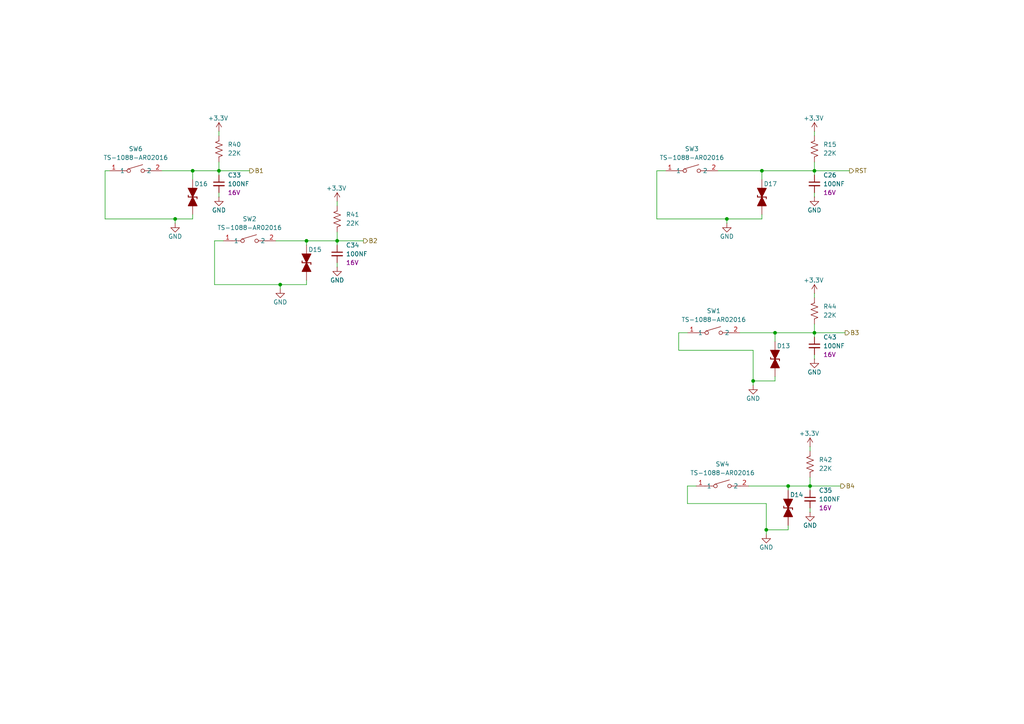
<source format=kicad_sch>
(kicad_sch (version 20250114) (generator "eeschema") (generator_version "9.0")
  (paper "A4")
  (title_block (title "RC-KAKATA-CONTROL") (date "2025-12-01") (rev "1.0") (company "ITLA-HUB"))
  (lib_symbols
    (symbol "Diode_TVS_AKL:PESD3V3L1BA" (pin_numbers (hide yes)) (pin_names (offset 1.016) (hide yes))
      (property "Reference" "D" (at 0 5.08 0))
      (property "Value" "PESD3V3L1BA" (at 0 2.54 0))
      (symbol "PESD3V3L1BA_0_1"
        (polyline (pts (xy 0 1.27) (xy 0 -1.27)) (stroke (width 0.254)))
        (polyline (pts (xy 0 1.27) (xy 0.508 1.27)) (stroke (width 0.254)))
        (polyline (pts (xy 0 0) (xy -2.54 1.27) (xy -2.54 -1.27) (xy 0 0)) (stroke (width 0.254)) (fill (type outline)))
        (polyline (pts (xy 0 -1.27) (xy -0.508 -1.27)) (stroke (width 0.254)))
        (polyline (pts (xy 1.27 0) (xy -1.27 0)))
        (polyline (pts (xy 2.54 1.27) (xy 2.54 -1.27) (xy 0 0) (xy 2.54 1.27)) (stroke (width 0.254)) (fill (type outline)))
      )
      (symbol "PESD3V3L1BA_0_2"
        (polyline (pts (xy -3.81 -3.81) (xy 3.81 3.81)))
        (polyline (pts (xy -1.778 -1.778) (xy -2.667 -0.889) (xy 0 0) (xy -0.889 -2.667) (xy -1.778 -1.778)) (stroke (width 0.254)) (fill (type outline)))
        (polyline (pts (xy -0.889 0.889) (xy -1.27 0.508)) (stroke (width 0.254)))
        (polyline (pts (xy -0.889 0.889) (xy 0.889 -0.889)) (stroke (width 0.254)))
        (polyline (pts (xy 0.889 -0.889) (xy 1.27 -0.508)) (stroke (width 0.254)))
        (polyline (pts (xy 1.778 1.778) (xy 2.667 0.889) (xy 0 0) (xy 0.889 2.667) (xy 1.778 1.778)) (stroke (width 0.254)) (fill (type outline)))
      )
      (symbol "PESD3V3L1BA_1_1"
        (pin passive line (at -5.08 0 0) (length 2.54) (name "K") (number "1"))
        (pin passive line (at 5.08 0 180) (length 2.54) (name "A") (number "2"))
      )
      (symbol "PESD3V3L1BA_1_2"
        (pin passive line (at -3.81 -3.81 0) (length 0) (name "A") (number "2"))
        (pin passive line (at 3.81 3.81 180) (length 0) (name "K") (number "1"))
      )
    )
    (symbol "EasyEDA:TS-1088-AR02016"
      (property "Reference" "SW" (at 0 5.08 0))
      (property "Value" "TS-1088-AR02016" (at 0 -5.08 0))
      (symbol "TS-1088-AR02016_0_1"
        (polyline (pts (xy -5.08 0) (xy -2.54 0)))
        (polyline (pts (xy -2.29 0.51) (xy 2.03 1.78)))
        (circle (center -2.03 0) (radius 0.51))
        (circle (center 2.03 0) (radius 0.51))
        (polyline (pts (xy 5.08 0) (xy 2.54 0)))
        (pin unspecified line (at -7.62 0 0) (length 2.54) (name "1") (number "1"))
        (pin unspecified line (at 7.62 0 180) (length 2.54) (name "2") (number "2"))
      )
    )
    (symbol "MG_CAPACITOR:CAP-0603-100NF-16V-X5R" (pin_numbers (hide yes)) (pin_names (offset 0.254) (hide yes))
      (property "Reference" "C" (at 1.905 1.27 0))
      (property "Value" "100NF" (at 4.826 -0.508 0))
      (property "V" "16V" (at 3.556 -2.54 0))
      (symbol "CAP-0603-100NF-16V-X5R_0_1"
        (polyline (pts (xy -1.524 0.508) (xy 1.524 0.508)) (stroke (width 0.3048)))
        (polyline (pts (xy -1.524 -0.508) (xy 1.524 -0.508)) (stroke (width 0.3302)))
      )
      (symbol "CAP-0603-100NF-16V-X5R_1_1"
        (pin passive line (at 0 2.54 270) (length 2.032) (name "~") (number "1"))
        (pin passive line (at 0 -2.54 90) (length 2.032) (name "~") (number "2"))
      )
    )
    (symbol "MG_RESISTOR:RES-0603-10K-1%" (pin_numbers (hide yes)) (pin_names (offset 0))
      (property "Reference" "R" (at 2.54 0 90))
      (property "Value" "10K" (at -2.54 0 90))
      (symbol "RES-0603-10K-1%_0_1"
        (polyline (pts (xy 0 2.286) (xy 0 2.54)))
        (polyline (pts (xy 0 2.286) (xy 1.016 1.905) (xy 0 1.524) (xy -1.016 1.143) (xy 0 0.762)))
        (polyline (pts (xy 0 0.762) (xy 1.016 0.381) (xy 0 0) (xy -1.016 -0.381) (xy 0 -0.762)))
        (polyline (pts (xy 0 -0.762) (xy 1.016 -1.143) (xy 0 -1.524) (xy -1.016 -1.905) (xy 0 -2.286)))
        (polyline (pts (xy 0 -2.286) (xy 0 -2.54)))
      )
      (symbol "RES-0603-10K-1%_1_1"
        (pin passive line (at 0 3.81 270) (length 1.27) (name "~") (number "1"))
        (pin passive line (at 0 -3.81 90) (length 1.27) (name "~") (number "2"))
      )
    )
    (symbol "power:+3.3V" (power) (pin_numbers (hide yes)) (pin_names (offset 0) (hide yes))
      (property "Value" "+3.3V" (at 0 3.556 0))
      (symbol "+3.3V_0_1"
        (polyline (pts (xy -0.762 1.27) (xy 0 2.54)))
        (polyline (pts (xy 0 2.54) (xy 0.762 1.27)))
        (polyline (pts (xy 0 0) (xy 0 2.54)))
      )
      (symbol "+3.3V_1_1"
        (pin power_in line (at 0 0 90) (length 0) (name "~") (number "1"))
      )
    )
    (symbol "power:GND" (power) (pin_numbers (hide yes)) (pin_names (offset 0) (hide yes))
      (property "Value" "GND" (at 0 -3.81 0))
      (symbol "GND_0_1"
        (polyline (pts (xy 0 0) (xy 0 -1.27) (xy 1.27 -1.27) (xy 0 -2.54) (xy -1.27 -1.27) (xy 0 -1.27)))
      )
      (symbol "GND_1_1"
        (pin power_in line (at 0 0 270) (length 0) (name "~") (number "1"))
      )
    )
  )
  (junction (at 50.8 63.5))
  (junction (at 236.22 49.53))
  (junction (at 236.22 96.52))
  (junction (at 88.9 69.85))
  (junction (at 97.79 69.85))
  (junction (at 224.79 96.52))
  (junction (at 228.6 140.97))
  (junction (at 220.98 49.53))
  (junction (at 63.5 49.53))
  (junction (at 222.25 153.67))
  (junction (at 55.88 49.53))
  (junction (at 218.44 110.49))
  (junction (at 210.82 63.5))
  (junction (at 81.28 82.55))
  (junction (at 234.95 140.97))
  (wire (pts (xy 220.98 49.53) (xy 220.98 52.07)))
  (wire (pts (xy 88.9 69.85) (xy 97.79 69.85)))
  (wire (pts (xy 214.63 96.52) (xy 224.79 96.52)))
  (wire (pts (xy 196.85 96.52) (xy 199.39 96.52)))
  (wire (pts (xy 236.22 46.99) (xy 236.22 49.53)))
  (wire (pts (xy 190.5 63.5) (xy 210.82 63.5)))
  (wire (pts (xy 208.28 49.53) (xy 220.98 49.53)))
  (wire (pts (xy 81.28 82.55) (xy 81.28 83.82)))
  (wire (pts (xy 55.88 49.53) (xy 55.88 52.07)))
  (wire (pts (xy 88.9 81.28) (xy 88.9 82.55)))
  (wire (pts (xy 222.25 146.05) (xy 222.25 153.67)))
  (wire (pts (xy 228.6 140.97) (xy 234.95 140.97)))
  (wire (pts (xy 236.22 49.53) (xy 246.38 49.53)))
  (wire (pts (xy 190.5 49.53) (xy 190.5 63.5)))
  (wire (pts (xy 30.48 63.5) (xy 50.8 63.5)))
  (wire (pts (xy 218.44 110.49) (xy 224.79 110.49)))
  (wire (pts (xy 88.9 82.55) (xy 81.28 82.55)))
  (wire (pts (xy 228.6 140.97) (xy 228.6 142.24)))
  (wire (pts (xy 196.85 101.6) (xy 218.44 101.6)))
  (wire (pts (xy 234.95 147.32) (xy 234.95 148.59)))
  (wire (pts (xy 236.22 96.52) (xy 245.11 96.52)))
  (wire (pts (xy 97.79 69.85) (xy 105.41 69.85)))
  (wire (pts (xy 220.98 49.53) (xy 236.22 49.53)))
  (wire (pts (xy 97.79 67.31) (xy 97.79 69.85)))
  (wire (pts (xy 220.98 62.23) (xy 220.98 63.5)))
  (wire (pts (xy 234.95 140.97) (xy 243.84 140.97)))
  (wire (pts (xy 236.22 85.09) (xy 236.22 86.36)))
  (wire (pts (xy 30.48 63.5) (xy 30.48 49.53)))
  (wire (pts (xy 50.8 63.5) (xy 50.8 64.77)))
  (wire (pts (xy 217.17 140.97) (xy 228.6 140.97)))
  (wire (pts (xy 222.25 153.67) (xy 228.6 153.67)))
  (wire (pts (xy 88.9 69.85) (xy 88.9 71.12)))
  (wire (pts (xy 236.22 96.52) (xy 236.22 97.79)))
  (wire (pts (xy 50.8 63.5) (xy 55.88 63.5)))
  (wire (pts (xy 228.6 152.4) (xy 228.6 153.67)))
  (wire (pts (xy 62.23 82.55) (xy 81.28 82.55)))
  (wire (pts (xy 63.5 55.88) (xy 63.5 57.15)))
  (wire (pts (xy 224.79 109.22) (xy 224.79 110.49)))
  (wire (pts (xy 46.99 49.53) (xy 55.88 49.53)))
  (wire (pts (xy 63.5 49.53) (xy 63.5 50.8)))
  (wire (pts (xy 199.39 146.05) (xy 199.39 140.97)))
  (wire (pts (xy 63.5 49.53) (xy 72.39 49.53)))
  (wire (pts (xy 196.85 101.6) (xy 196.85 96.52)))
  (wire (pts (xy 236.22 38.1) (xy 236.22 39.37)))
  (wire (pts (xy 222.25 154.94) (xy 222.25 153.67)))
  (wire (pts (xy 224.79 96.52) (xy 224.79 99.06)))
  (wire (pts (xy 199.39 140.97) (xy 201.93 140.97)))
  (wire (pts (xy 236.22 55.88) (xy 236.22 57.15)))
  (wire (pts (xy 218.44 110.49) (xy 218.44 111.76)))
  (wire (pts (xy 224.79 96.52) (xy 236.22 96.52)))
  (wire (pts (xy 236.22 49.53) (xy 236.22 50.8)))
  (wire (pts (xy 30.48 49.53) (xy 31.75 49.53)))
  (wire (pts (xy 63.5 46.99) (xy 63.5 49.53)))
  (wire (pts (xy 210.82 63.5) (xy 220.98 63.5)))
  (wire (pts (xy 234.95 140.97) (xy 234.95 142.24)))
  (wire (pts (xy 234.95 129.54) (xy 234.95 130.81)))
  (wire (pts (xy 55.88 49.53) (xy 63.5 49.53)))
  (wire (pts (xy 190.5 49.53) (xy 193.04 49.53)))
  (wire (pts (xy 218.44 101.6) (xy 218.44 110.49)))
  (wire (pts (xy 236.22 93.98) (xy 236.22 96.52)))
  (wire (pts (xy 63.5 38.1) (xy 63.5 39.37)))
  (wire (pts (xy 97.79 76.2) (xy 97.79 77.47)))
  (wire (pts (xy 97.79 69.85) (xy 97.79 71.12)))
  (wire (pts (xy 234.95 138.43) (xy 234.95 140.97)))
  (wire (pts (xy 210.82 63.5) (xy 210.82 64.77)))
  (wire (pts (xy 64.77 69.85) (xy 62.23 69.85)))
  (wire (pts (xy 55.88 62.23) (xy 55.88 63.5)))
  (wire (pts (xy 62.23 69.85) (xy 62.23 82.55)))
  (wire (pts (xy 199.39 146.05) (xy 222.25 146.05)))
  (wire (pts (xy 80.01 69.85) (xy 88.9 69.85)))
  (wire (pts (xy 97.79 58.42) (xy 97.79 59.69)))
  (wire (pts (xy 236.22 102.87) (xy 236.22 104.14)))
  (hierarchical_label "B4" (shape output) (at 243.84 140.97 0))
  (hierarchical_label "B2" (shape output) (at 105.41 69.85 0))
  (hierarchical_label "RST" (shape output) (at 246.38 49.53 0))
  (hierarchical_label "B1" (shape output) (at 72.39 49.53 0))
  (hierarchical_label "B3" (shape output) (at 245.11 96.52 0))
  (symbol (lib_id "EasyEDA:TS-1088-AR02016") (at 209.55 140.97 0) (unit 1)
    (property "Reference" "SW4" (at 209.55 134.62 0))
    (property "Value" "TS-1088-AR02016" (at 209.55 137.16 0))
    (property "Footprint" "EasyEDA:SW-SMD_L3.9-W3.0-P4.45" (effects (hide yes)))
    (property "Datasheet" "https://lcsc.com/product-detail/Tactile-Switches_XUNPU-TS-1088-AR02016_C720477.html" (effects (hide yes)))
    (property "LCSC Part" "C720477" (effects (hide yes)))
  )
  (symbol (lib_id "power:+3.3V") (at 63.5 38.1 0) (unit 1)
    (property "Reference" "#PWR41" (effects (hide yes)))
    (property "Value" "+3.3V" (at 63.246 34.29 0))
    (property "Description" "Power symbol creates a global label with name \"+3.3V\"" (effects (hide yes)))
  )
  (symbol (lib_id "power:GND") (at 210.82 64.77 0) (unit 1)
    (property "Reference" "#PWR94" (effects (hide yes)))
    (property "Value" "GND" (at 210.82 68.58 0))
    (property "Description" "Power symbol creates a global label with name \"GND\" , ground" (effects (hide yes)))
  )
  (symbol (lib_id "Diode_TVS_AKL:PESD3V3L1BA") (at 220.98 57.15 90) (unit 1)
    (property "Reference" "D17" (at 221.488 53.34 90) (effects (justify right)))
    (property "Value" "PESD3V3L1BA" (effects (hide yes)))
    (property "Footprint" "Diode_SMD_AKL:D_SOD-323_TVS" (effects (hide yes)))
    (property "Datasheet" "https://www.tme.eu/Document/952767affdffba4b305eacda1aae6cd9/PESD24VL1BA-DTE.pdf" (effects (hide yes)))
    (property "Description" "SOD-323 Bidirectional TVS Diode, 3.3V, 500W, Alternate KiCAD Library" (effects (hide yes)))
  )
  (symbol (lib_id "power:GND") (at 218.44 111.76 0) (unit 1)
    (property "Reference" "#PWR111" (effects (hide yes)))
    (property "Value" "GND" (at 218.44 115.57 0))
    (property "Description" "Power symbol creates a global label with name \"GND\" , ground" (effects (hide yes)))
  )
  (symbol (lib_id "MG_RESISTOR:RES-0603-10K-1%") (at 234.95 134.62 0) (mirror y) (unit 1)
    (property "Reference" "R42" (at 237.49 133.3499 0) (effects (justify right)))
    (property "Value" "22K" (at 237.49 135.8899 0) (effects (justify right)))
    (property "Footprint" "4ms_Resistor:R_0603" (effects (hide yes)))
    (property "Description" "Resistor, US symbol" (effects (hide yes)))
    (property "TOL" "1%" (effects (hide yes)))
    (property "PWR" "1/10" (effects (hide yes)))
    (property "Part Number" "RC0603FR-0710KL" (effects (hide yes)))
    (property "Manufacturer" "YAGEO" (effects (hide yes)))
    (property "Footprint Name" "0603" (effects (hide yes)))
  )
  (symbol (lib_id "power:GND") (at 63.5 57.15 0) (unit 1)
    (property "Reference" "#PWR81" (effects (hide yes)))
    (property "Value" "GND" (at 63.5 60.96 0))
    (property "Description" "Power symbol creates a global label with name \"GND\" , ground" (effects (hide yes)))
  )
  (symbol (lib_id "EasyEDA:TS-1088-AR02016") (at 200.66 49.53 0) (unit 1)
    (property "Reference" "SW3" (at 200.66 43.18 0))
    (property "Value" "TS-1088-AR02016" (at 200.66 45.72 0))
    (property "Footprint" "EasyEDA:SW-SMD_L3.9-W3.0-P4.45" (effects (hide yes)))
    (property "Datasheet" "https://lcsc.com/product-detail/Tactile-Switches_XUNPU-TS-1088-AR02016_C720477.html" (effects (hide yes)))
    (property "LCSC Part" "C720477" (effects (hide yes)))
  )
  (symbol (lib_id "MG_RESISTOR:RES-0603-10K-1%") (at 236.22 43.18 0) (mirror y) (unit 1)
    (property "Reference" "R15" (at 238.76 41.9099 0) (effects (justify right)))
    (property "Value" "22K" (at 238.76 44.4499 0) (effects (justify right)))
    (property "Footprint" "4ms_Resistor:R_0603" (effects (hide yes)))
    (property "Description" "Resistor, US symbol" (effects (hide yes)))
    (property "TOL" "1%" (effects (hide yes)))
    (property "PWR" "1/10" (effects (hide yes)))
    (property "Part Number" "RC0603FR-0710KL" (effects (hide yes)))
    (property "Manufacturer" "YAGEO" (effects (hide yes)))
    (property "Footprint Name" "0603" (effects (hide yes)))
  )
  (symbol (lib_id "Diode_TVS_AKL:PESD3V3L1BA") (at 55.88 57.15 90) (unit 1)
    (property "Reference" "D16" (at 56.388 53.34 90) (effects (justify right)))
    (property "Value" "PESD3V3L1BA" (effects (hide yes)))
    (property "Footprint" "Diode_SMD_AKL:D_SOD-323_TVS" (effects (hide yes)))
    (property "Datasheet" "https://www.tme.eu/Document/952767affdffba4b305eacda1aae6cd9/PESD24VL1BA-DTE.pdf" (effects (hide yes)))
    (property "Description" "SOD-323 Bidirectional TVS Diode, 3.3V, 500W, Alternate KiCAD Library" (effects (hide yes)))
  )
  (symbol (lib_id "power:GND") (at 236.22 57.15 0) (unit 1)
    (property "Reference" "#PWR82" (effects (hide yes)))
    (property "Value" "GND" (at 236.22 60.96 0))
    (property "Description" "Power symbol creates a global label with name \"GND\" , ground" (effects (hide yes)))
  )
  (symbol (lib_id "EasyEDA:TS-1088-AR02016") (at 39.37 49.53 0) (unit 1)
    (property "Reference" "SW6" (at 39.37 43.18 0))
    (property "Value" "TS-1088-AR02016" (at 39.37 45.72 0))
    (property "Footprint" "EasyEDA:SW-SMD_L3.9-W3.0-P4.45" (effects (hide yes)))
    (property "Datasheet" "https://lcsc.com/product-detail/Tactile-Switches_XUNPU-TS-1088-AR02016_C720477.html" (effects (hide yes)))
    (property "LCSC Part" "C720477" (effects (hide yes)))
  )
  (symbol (lib_id "Diode_TVS_AKL:PESD3V3L1BA") (at 224.79 104.14 90) (unit 1)
    (property "Reference" "D13" (at 225.298 100.33 90) (effects (justify right)))
    (property "Value" "PESD3V3L1BA" (effects (hide yes)))
    (property "Footprint" "Diode_SMD_AKL:D_SOD-323_TVS" (effects (hide yes)))
    (property "Datasheet" "https://www.tme.eu/Document/952767affdffba4b305eacda1aae6cd9/PESD24VL1BA-DTE.pdf" (effects (hide yes)))
    (property "Description" "SOD-323 Bidirectional TVS Diode, 3.3V, 500W, Alternate KiCAD Library" (effects (hide yes)))
  )
  (symbol (lib_id "power:GND") (at 236.22 104.14 0) (unit 1)
    (property "Reference" "#PWR113" (effects (hide yes)))
    (property "Value" "GND" (at 236.22 107.95 0))
    (property "Description" "Power symbol creates a global label with name \"GND\" , ground" (effects (hide yes)))
  )
  (symbol (lib_id "EasyEDA:TS-1088-AR02016") (at 72.39 69.85 0) (unit 1)
    (property "Reference" "SW2" (at 72.39 63.5 0))
    (property "Value" "TS-1088-AR02016" (at 72.39 66.04 0))
    (property "Footprint" "EasyEDA:SW-SMD_L3.9-W3.0-P4.45" (effects (hide yes)))
    (property "Datasheet" "https://lcsc.com/product-detail/Tactile-Switches_XUNPU-TS-1088-AR02016_C720477.html" (effects (hide yes)))
    (property "LCSC Part" "C720477" (effects (hide yes)))
  )
  (symbol (lib_id "power:+3.3V") (at 97.79 58.42 0) (unit 1)
    (property "Reference" "#PWR96" (effects (hide yes)))
    (property "Value" "+3.3V" (at 97.536 54.61 0))
    (property "Description" "Power symbol creates a global label with name \"+3.3V\"" (effects (hide yes)))
  )
  (symbol (lib_id "MG_RESISTOR:RES-0603-10K-1%") (at 97.79 63.5 0) (mirror y) (unit 1)
    (property "Reference" "R41" (at 100.33 62.2299 0) (effects (justify right)))
    (property "Value" "22K" (at 100.33 64.7699 0) (effects (justify right)))
    (property "Footprint" "4ms_Resistor:R_0603" (effects (hide yes)))
    (property "Description" "Resistor, US symbol" (effects (hide yes)))
    (property "TOL" "1%" (effects (hide yes)))
    (property "PWR" "1/10" (effects (hide yes)))
    (property "Part Number" "RC0603FR-0710KL" (effects (hide yes)))
    (property "Manufacturer" "YAGEO" (effects (hide yes)))
    (property "Footprint Name" "0603" (effects (hide yes)))
  )
  (symbol (lib_id "power:GND") (at 50.8 64.77 0) (unit 1)
    (property "Reference" "#PWR40" (effects (hide yes)))
    (property "Value" "GND" (at 50.8 68.58 0))
    (property "Description" "Power symbol creates a global label with name \"GND\" , ground" (effects (hide yes)))
  )
  (symbol (lib_id "power:GND") (at 97.79 77.47 0) (unit 1)
    (property "Reference" "#PWR97" (effects (hide yes)))
    (property "Value" "GND" (at 97.79 81.28 0))
    (property "Description" "Power symbol creates a global label with name \"GND\" , ground" (effects (hide yes)))
  )
  (symbol (lib_id "Diode_TVS_AKL:PESD3V3L1BA") (at 228.6 147.32 90) (unit 1)
    (property "Reference" "D14" (at 229.108 143.51 90) (effects (justify right)))
    (property "Value" "PESD3V3L1BA" (effects (hide yes)))
    (property "Footprint" "Diode_SMD_AKL:D_SOD-323_TVS" (effects (hide yes)))
    (property "Datasheet" "https://www.tme.eu/Document/952767affdffba4b305eacda1aae6cd9/PESD24VL1BA-DTE.pdf" (effects (hide yes)))
    (property "Description" "SOD-323 Bidirectional TVS Diode, 3.3V, 500W, Alternate KiCAD Library" (effects (hide yes)))
  )
  (symbol (lib_id "MG_CAPACITOR:CAP-0603-100NF-16V-X5R") (at 63.5 53.34 0) (unit 1)
    (property "Reference" "C33" (at 66.04 50.8062 0) (effects (justify left)))
    (property "Value" "100NF" (at 66.04 53.3462 0) (effects (justify left)))
    (property "Footprint" "4ms_Capacitor:C_0603" (effects (hide yes)))
    (property "Description" "0.1uF, Min. 16V 10%, X7R or X5R or similar" (effects (hide yes)))
    (property "Specifications" "0.1uF, Min. 16V 10%, X7R or X5R or similar" (effects (hide yes)))
    (property "Manufacturer" "AVX Corporation" (effects (hide yes)))
    (property "Part Number" "0603YC104KAT2A" (effects (hide yes)))
    (property "Display" "0.1uF" (effects (hide yes)))
    (property "JLCPCB ID" "C14663" (effects (hide yes)))
    (property "V" "16V" (at 66.04 55.8862 0) (effects (justify left)))
  )
  (symbol (lib_id "EasyEDA:TS-1088-AR02016") (at 207.01 96.52 0) (unit 1)
    (property "Reference" "SW1" (at 207.01 90.17 0))
    (property "Value" "TS-1088-AR02016" (at 207.01 92.71 0))
    (property "Footprint" "EasyEDA:SW-SMD_L3.9-W3.0-P4.45" (effects (hide yes)))
    (property "Datasheet" "https://lcsc.com/product-detail/Tactile-Switches_XUNPU-TS-1088-AR02016_C720477.html" (effects (hide yes)))
    (property "LCSC Part" "C720477" (effects (hide yes)))
  )
  (symbol (lib_id "power:+3.3V") (at 236.22 38.1 0) (unit 1)
    (property "Reference" "#PWR84" (effects (hide yes)))
    (property "Value" "+3.3V" (at 235.966 34.29 0))
    (property "Description" "Power symbol creates a global label with name \"+3.3V\"" (effects (hide yes)))
  )
  (symbol (lib_id "MG_CAPACITOR:CAP-0603-100NF-16V-X5R") (at 234.95 144.78 0) (unit 1)
    (property "Reference" "C35" (at 237.49 142.2462 0) (effects (justify left)))
    (property "Value" "100NF" (at 237.49 144.7862 0) (effects (justify left)))
    (property "Footprint" "4ms_Capacitor:C_0603" (effects (hide yes)))
    (property "Description" "0.1uF, Min. 16V 10%, X7R or X5R or similar" (effects (hide yes)))
    (property "Specifications" "0.1uF, Min. 16V 10%, X7R or X5R or similar" (effects (hide yes)))
    (property "Manufacturer" "AVX Corporation" (effects (hide yes)))
    (property "Part Number" "0603YC104KAT2A" (effects (hide yes)))
    (property "Display" "0.1uF" (effects (hide yes)))
    (property "JLCPCB ID" "C14663" (effects (hide yes)))
    (property "V" "16V" (at 237.49 147.3262 0) (effects (justify left)))
  )
  (symbol (lib_id "MG_RESISTOR:RES-0603-10K-1%") (at 236.22 90.17 0) (mirror y) (unit 1)
    (property "Reference" "R44" (at 238.76 88.8999 0) (effects (justify right)))
    (property "Value" "22K" (at 238.76 91.4399 0) (effects (justify right)))
    (property "Footprint" "4ms_Resistor:R_0603" (effects (hide yes)))
    (property "Description" "Resistor, US symbol" (effects (hide yes)))
    (property "TOL" "1%" (effects (hide yes)))
    (property "PWR" "1/10" (effects (hide yes)))
    (property "Part Number" "RC0603FR-0710KL" (effects (hide yes)))
    (property "Manufacturer" "YAGEO" (effects (hide yes)))
    (property "Footprint Name" "0603" (effects (hide yes)))
  )
  (symbol (lib_id "power:+3.3V") (at 234.95 129.54 0) (unit 1)
    (property "Reference" "#PWR99" (effects (hide yes)))
    (property "Value" "+3.3V" (at 234.696 125.73 0))
    (property "Description" "Power symbol creates a global label with name \"+3.3V\"" (effects (hide yes)))
  )
  (symbol (lib_id "MG_CAPACITOR:CAP-0603-100NF-16V-X5R") (at 236.22 53.34 0) (unit 1)
    (property "Reference" "C26" (at 238.76 50.8062 0) (effects (justify left)))
    (property "Value" "100NF" (at 238.76 53.3462 0) (effects (justify left)))
    (property "Footprint" "4ms_Capacitor:C_0603" (effects (hide yes)))
    (property "Description" "0.1uF, Min. 16V 10%, X7R or X5R or similar" (effects (hide yes)))
    (property "Specifications" "0.1uF, Min. 16V 10%, X7R or X5R or similar" (effects (hide yes)))
    (property "Manufacturer" "AVX Corporation" (effects (hide yes)))
    (property "Part Number" "0603YC104KAT2A" (effects (hide yes)))
    (property "Display" "0.1uF" (effects (hide yes)))
    (property "JLCPCB ID" "C14663" (effects (hide yes)))
    (property "V" "16V" (at 238.76 55.8862 0) (effects (justify left)))
  )
  (symbol (lib_id "power:GND") (at 222.25 154.94 0) (unit 1)
    (property "Reference" "#PWR98" (effects (hide yes)))
    (property "Value" "GND" (at 222.25 158.75 0))
    (property "Description" "Power symbol creates a global label with name \"GND\" , ground" (effects (hide yes)))
  )
  (symbol (lib_id "MG_CAPACITOR:CAP-0603-100NF-16V-X5R") (at 236.22 100.33 0) (unit 1)
    (property "Reference" "C43" (at 238.76 97.7962 0) (effects (justify left)))
    (property "Value" "100NF" (at 238.76 100.3362 0) (effects (justify left)))
    (property "Footprint" "4ms_Capacitor:C_0603" (effects (hide yes)))
    (property "Description" "0.1uF, Min. 16V 10%, X7R or X5R or similar" (effects (hide yes)))
    (property "Specifications" "0.1uF, Min. 16V 10%, X7R or X5R or similar" (effects (hide yes)))
    (property "Manufacturer" "AVX Corporation" (effects (hide yes)))
    (property "Part Number" "0603YC104KAT2A" (effects (hide yes)))
    (property "Display" "0.1uF" (effects (hide yes)))
    (property "JLCPCB ID" "C14663" (effects (hide yes)))
    (property "V" "16V" (at 238.76 102.8762 0) (effects (justify left)))
  )
  (symbol (lib_id "Diode_TVS_AKL:PESD3V3L1BA") (at 88.9 76.2 90) (unit 1)
    (property "Reference" "D15" (at 89.408 72.39 90) (effects (justify right)))
    (property "Value" "PESD3V3L1BA" (effects (hide yes)))
    (property "Footprint" "Diode_SMD_AKL:D_SOD-323_TVS" (effects (hide yes)))
    (property "Datasheet" "https://www.tme.eu/Document/952767affdffba4b305eacda1aae6cd9/PESD24VL1BA-DTE.pdf" (effects (hide yes)))
    (property "Description" "SOD-323 Bidirectional TVS Diode, 3.3V, 500W, Alternate KiCAD Library" (effects (hide yes)))
  )
  (symbol (lib_id "power:GND") (at 81.28 83.82 0) (unit 1)
    (property "Reference" "#PWR95" (effects (hide yes)))
    (property "Value" "GND" (at 81.28 87.63 0))
    (property "Description" "Power symbol creates a global label with name \"GND\" , ground" (effects (hide yes)))
  )
  (symbol (lib_id "MG_RESISTOR:RES-0603-10K-1%") (at 63.5 43.18 0) (mirror y) (unit 1)
    (property "Reference" "R40" (at 66.04 41.9099 0) (effects (justify right)))
    (property "Value" "22K" (at 66.04 44.4499 0) (effects (justify right)))
    (property "Footprint" "4ms_Resistor:R_0603" (effects (hide yes)))
    (property "Description" "Resistor, US symbol" (effects (hide yes)))
    (property "TOL" "1%" (effects (hide yes)))
    (property "PWR" "1/10" (effects (hide yes)))
    (property "Part Number" "RC0603FR-0710KL" (effects (hide yes)))
    (property "Manufacturer" "YAGEO" (effects (hide yes)))
    (property "Footprint Name" "0603" (effects (hide yes)))
  )
  (symbol (lib_id "power:+3.3V") (at 236.22 85.09 0) (unit 1)
    (property "Reference" "#PWR112" (effects (hide yes)))
    (property "Value" "+3.3V" (at 235.966 81.28 0))
    (property "Description" "Power symbol creates a global label with name \"+3.3V\"" (effects (hide yes)))
  )
  (symbol (lib_id "power:GND") (at 234.95 148.59 0) (unit 1)
    (property "Reference" "#PWR100" (effects (hide yes)))
    (property "Value" "GND" (at 234.95 152.4 0))
    (property "Description" "Power symbol creates a global label with name \"GND\" , ground" (effects (hide yes)))
  )
  (symbol (lib_id "MG_CAPACITOR:CAP-0603-100NF-16V-X5R") (at 97.79 73.66 0) (unit 1)
    (property "Reference" "C34" (at 100.33 71.1262 0) (effects (justify left)))
    (property "Value" "100NF" (at 100.33 73.6662 0) (effects (justify left)))
    (property "Footprint" "4ms_Capacitor:C_0603" (effects (hide yes)))
    (property "Description" "0.1uF, Min. 16V 10%, X7R or X5R or similar" (effects (hide yes)))
    (property "Specifications" "0.1uF, Min. 16V 10%, X7R or X5R or similar" (effects (hide yes)))
    (property "Manufacturer" "AVX Corporation" (effects (hide yes)))
    (property "Part Number" "0603YC104KAT2A" (effects (hide yes)))
    (property "Display" "0.1uF" (effects (hide yes)))
    (property "JLCPCB ID" "C14663" (effects (hide yes)))
    (property "V" "16V" (at 100.33 76.2062 0) (effects (justify left)))
  )
)
</source>
